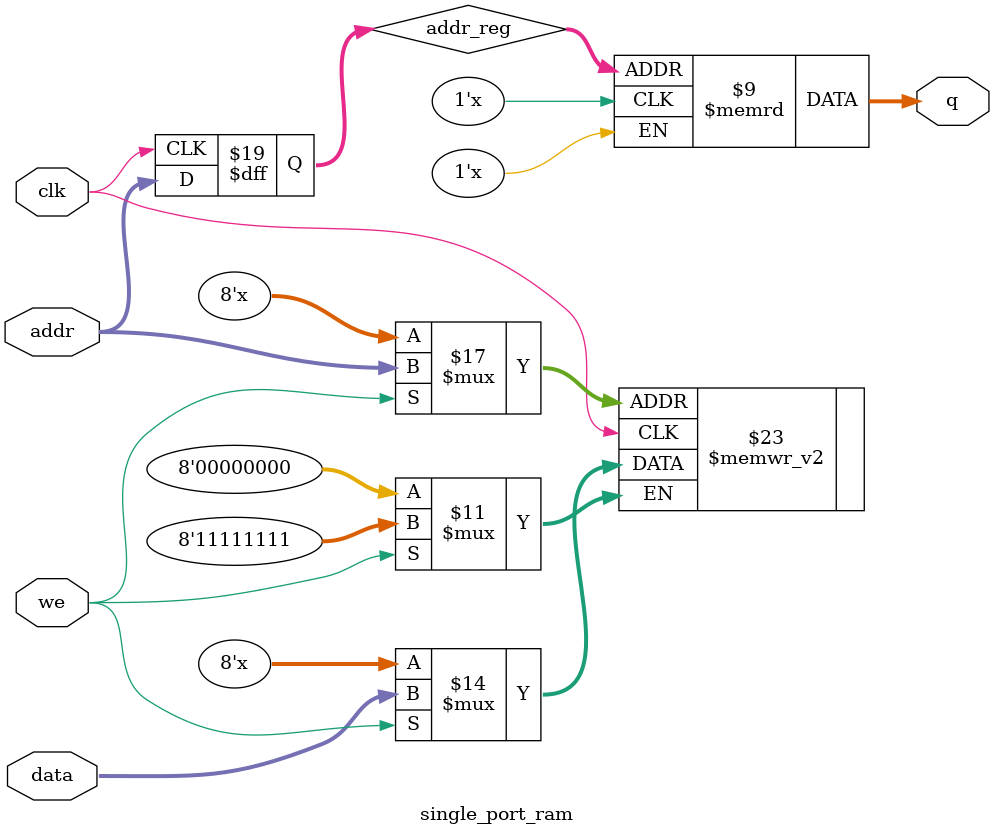
<source format=v>

module single_port_ram 
#(parameter DATA_WIDTH=8, parameter ADDR_WIDTH=8)
(
	input [(DATA_WIDTH-1):0] data,
	input [(ADDR_WIDTH-1):0] addr,
	input we, clk,
	output wire [(DATA_WIDTH-1):0] q
);

	// Declare the RAM variable
	reg [DATA_WIDTH-1:0] ram[2**ADDR_WIDTH-1:0];

	// Variable to hold the registered read address
	reg [ADDR_WIDTH-1:0] addr_reg;

	always @ (posedge clk)
	begin
		// Write
		if (we)
			ram[addr] <= data;

		addr_reg <= addr;
	end

	// Continuous assignment implies read returns NEW data.
	// This is the natural behavior of the TriMatrix memory
	// blocks in Single Port mode.  
	assign q = ram[addr_reg];

endmodule


</source>
